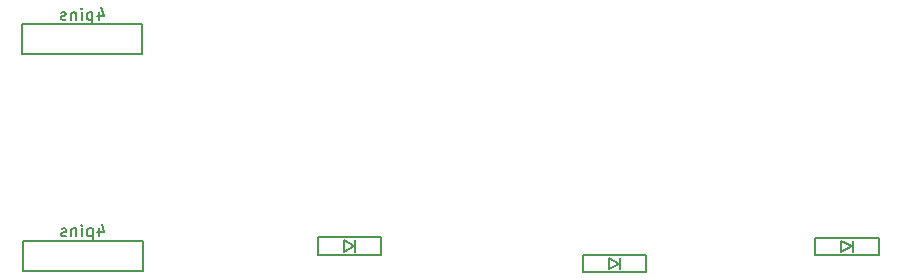
<source format=gbr>
G04 #@! TF.GenerationSoftware,KiCad,Pcbnew,(5.1.6-0-10_14)*
G04 #@! TF.CreationDate,2023-01-09T16:42:19+09:00*
G04 #@! TF.ProjectId,cool644,636f6f6c-3634-4342-9e6b-696361645f70,rev?*
G04 #@! TF.SameCoordinates,Original*
G04 #@! TF.FileFunction,Legend,Bot*
G04 #@! TF.FilePolarity,Positive*
%FSLAX46Y46*%
G04 Gerber Fmt 4.6, Leading zero omitted, Abs format (unit mm)*
G04 Created by KiCad (PCBNEW (5.1.6-0-10_14)) date 2023-01-09 16:42:19*
%MOMM*%
%LPD*%
G01*
G04 APERTURE LIST*
%ADD10C,0.150000*%
G04 APERTURE END LIST*
D10*
X134150000Y50770000D02*
X123990000Y50770000D01*
X134150000Y53310000D02*
X123990000Y53310000D01*
X123990000Y53310000D02*
X123990000Y50770000D01*
X134150000Y50770000D02*
X134150000Y53310000D01*
X148980000Y33810000D02*
X148980000Y35310000D01*
X154380000Y33810000D02*
X148980000Y33810000D01*
X154380000Y35310000D02*
X154380000Y33810000D01*
X148980000Y35310000D02*
X154380000Y35310000D01*
X152180000Y35060000D02*
X152180000Y34060000D01*
X151180000Y34060000D02*
X152080000Y34560000D01*
X151180000Y35060000D02*
X151180000Y34060000D01*
X152080000Y34560000D02*
X151180000Y35060000D01*
X134170000Y32440000D02*
X134170000Y34980000D01*
X124010000Y34980000D02*
X124010000Y32440000D01*
X134170000Y34980000D02*
X124010000Y34980000D01*
X134170000Y32440000D02*
X124010000Y32440000D01*
X191140000Y33750000D02*
X191140000Y35250000D01*
X196540000Y33750000D02*
X191140000Y33750000D01*
X196540000Y35250000D02*
X196540000Y33750000D01*
X191140000Y35250000D02*
X196540000Y35250000D01*
X194340000Y35000000D02*
X194340000Y34000000D01*
X193340000Y34000000D02*
X194240000Y34500000D01*
X193340000Y35000000D02*
X193340000Y34000000D01*
X194240000Y34500000D02*
X193340000Y35000000D01*
X174520000Y33050000D02*
X173620000Y33550000D01*
X173620000Y33550000D02*
X173620000Y32550000D01*
X173620000Y32550000D02*
X174520000Y33050000D01*
X174620000Y33550000D02*
X174620000Y32550000D01*
X171420000Y33800000D02*
X176820000Y33800000D01*
X176820000Y33800000D02*
X176820000Y32300000D01*
X176820000Y32300000D02*
X171420000Y32300000D01*
X171420000Y32300000D02*
X171420000Y33800000D01*
X130437142Y54354285D02*
X130437142Y53687619D01*
X130675238Y54735238D02*
X130913333Y54020952D01*
X130294285Y54020952D01*
X129913333Y54354285D02*
X129913333Y53354285D01*
X129913333Y54306666D02*
X129818095Y54354285D01*
X129627619Y54354285D01*
X129532380Y54306666D01*
X129484761Y54259047D01*
X129437142Y54163809D01*
X129437142Y53878095D01*
X129484761Y53782857D01*
X129532380Y53735238D01*
X129627619Y53687619D01*
X129818095Y53687619D01*
X129913333Y53735238D01*
X129008571Y53687619D02*
X129008571Y54354285D01*
X129008571Y54687619D02*
X129056190Y54640000D01*
X129008571Y54592380D01*
X128960952Y54640000D01*
X129008571Y54687619D01*
X129008571Y54592380D01*
X128532380Y54354285D02*
X128532380Y53687619D01*
X128532380Y54259047D02*
X128484761Y54306666D01*
X128389523Y54354285D01*
X128246666Y54354285D01*
X128151428Y54306666D01*
X128103809Y54211428D01*
X128103809Y53687619D01*
X127675238Y53735238D02*
X127580000Y53687619D01*
X127389523Y53687619D01*
X127294285Y53735238D01*
X127246666Y53830476D01*
X127246666Y53878095D01*
X127294285Y53973333D01*
X127389523Y54020952D01*
X127532380Y54020952D01*
X127627619Y54068571D01*
X127675238Y54163809D01*
X127675238Y54211428D01*
X127627619Y54306666D01*
X127532380Y54354285D01*
X127389523Y54354285D01*
X127294285Y54306666D01*
X130457142Y36024285D02*
X130457142Y35357619D01*
X130695238Y36405238D02*
X130933333Y35690952D01*
X130314285Y35690952D01*
X129933333Y36024285D02*
X129933333Y35024285D01*
X129933333Y35976666D02*
X129838095Y36024285D01*
X129647619Y36024285D01*
X129552380Y35976666D01*
X129504761Y35929047D01*
X129457142Y35833809D01*
X129457142Y35548095D01*
X129504761Y35452857D01*
X129552380Y35405238D01*
X129647619Y35357619D01*
X129838095Y35357619D01*
X129933333Y35405238D01*
X129028571Y35357619D02*
X129028571Y36024285D01*
X129028571Y36357619D02*
X129076190Y36310000D01*
X129028571Y36262380D01*
X128980952Y36310000D01*
X129028571Y36357619D01*
X129028571Y36262380D01*
X128552380Y36024285D02*
X128552380Y35357619D01*
X128552380Y35929047D02*
X128504761Y35976666D01*
X128409523Y36024285D01*
X128266666Y36024285D01*
X128171428Y35976666D01*
X128123809Y35881428D01*
X128123809Y35357619D01*
X127695238Y35405238D02*
X127600000Y35357619D01*
X127409523Y35357619D01*
X127314285Y35405238D01*
X127266666Y35500476D01*
X127266666Y35548095D01*
X127314285Y35643333D01*
X127409523Y35690952D01*
X127552380Y35690952D01*
X127647619Y35738571D01*
X127695238Y35833809D01*
X127695238Y35881428D01*
X127647619Y35976666D01*
X127552380Y36024285D01*
X127409523Y36024285D01*
X127314285Y35976666D01*
M02*

</source>
